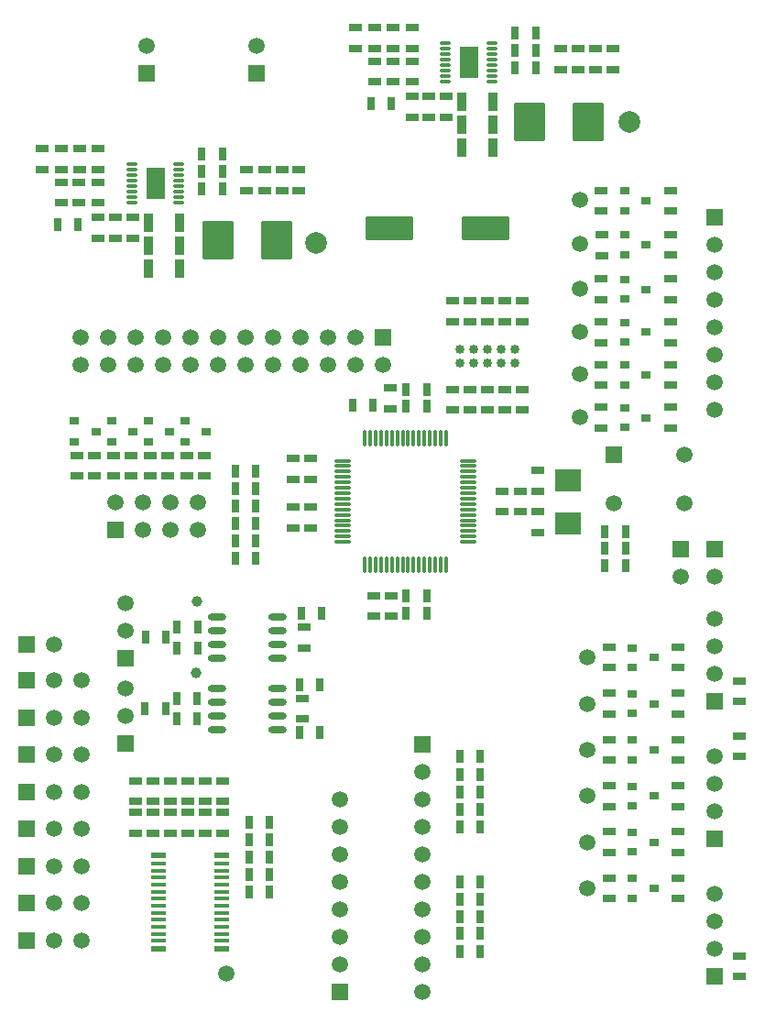
<source format=gbr>
%TF.GenerationSoftware,Altium Limited,Altium Designer,19.1.8 (144)*%
G04 Layer_Color=255*
%FSLAX45Y45*%
%MOMM*%
%TF.FileFunction,Pads,Top*%
%TF.Part,Single*%
G01*
G75*
%TA.AperFunction,SMDPad,CuDef*%
G04:AMPARAMS|DCode=10|XSize=4.4mm|YSize=2.2mm|CornerRadius=0.11mm|HoleSize=0mm|Usage=FLASHONLY|Rotation=0.000|XOffset=0mm|YOffset=0mm|HoleType=Round|Shape=RoundedRectangle|*
%AMROUNDEDRECTD10*
21,1,4.40000,1.98000,0,0,0.0*
21,1,4.18000,2.20000,0,0,0.0*
1,1,0.22000,2.09000,-0.99000*
1,1,0.22000,-2.09000,-0.99000*
1,1,0.22000,-2.09000,0.99000*
1,1,0.22000,2.09000,0.99000*
%
%ADD10ROUNDEDRECTD10*%
%ADD11R,1.30000X0.70000*%
%ADD12R,0.70000X1.30000*%
%ADD13O,1.14300X0.31750*%
G04:AMPARAMS|DCode=14|XSize=1.75mm|YSize=2.95mm|CornerRadius=0.0875mm|HoleSize=0mm|Usage=FLASHONLY|Rotation=0.000|XOffset=0mm|YOffset=0mm|HoleType=Round|Shape=RoundedRectangle|*
%AMROUNDEDRECTD14*
21,1,1.75000,2.77500,0,0,0.0*
21,1,1.57500,2.95000,0,0,0.0*
1,1,0.17500,0.78750,-1.38750*
1,1,0.17500,-0.78750,-1.38750*
1,1,0.17500,-0.78750,1.38750*
1,1,0.17500,0.78750,1.38750*
%
%ADD14ROUNDEDRECTD14*%
%ADD15R,0.90000X1.70000*%
G04:AMPARAMS|DCode=16|XSize=2.95mm|YSize=3.5mm|CornerRadius=0.1475mm|HoleSize=0mm|Usage=FLASHONLY|Rotation=180.000|XOffset=0mm|YOffset=0mm|HoleType=Round|Shape=RoundedRectangle|*
%AMROUNDEDRECTD16*
21,1,2.95000,3.20500,0,0,180.0*
21,1,2.65500,3.50000,0,0,180.0*
1,1,0.29500,-1.32750,1.60250*
1,1,0.29500,1.32750,1.60250*
1,1,0.29500,1.32750,-1.60250*
1,1,0.29500,-1.32750,-1.60250*
%
%ADD16ROUNDEDRECTD16*%
%ADD17C,1.00000*%
%ADD18R,0.90000X0.80000*%
%ADD19R,1.35000X0.60000*%
%ADD20R,1.35000X0.40000*%
%ADD21R,2.40000X2.00000*%
%ADD22O,1.65000X0.35000*%
%ADD23O,0.35000X1.65000*%
%ADD24O,1.70000X0.65000*%
%TA.AperFunction,ComponentPad*%
%ADD35C,1.50000*%
%ADD36R,1.50000X1.50000*%
%ADD37C,1.50000*%
%ADD38C,2.00000*%
%ADD39C,0.85000*%
%ADD40R,1.50000X1.50000*%
D10*
X4537500Y7870000D02*
D03*
X3647500D02*
D03*
D11*
X6240000Y7397000D02*
D03*
Y7207000D02*
D03*
X5602500Y7397000D02*
D03*
Y7207000D02*
D03*
X955314Y7967433D02*
D03*
Y7777433D02*
D03*
X1115314Y7967433D02*
D03*
Y7777433D02*
D03*
X1272814D02*
D03*
Y7967433D02*
D03*
X955314Y8409934D02*
D03*
Y8599934D02*
D03*
X780314Y8409934D02*
D03*
Y8599934D02*
D03*
X610314Y8599934D02*
D03*
Y8409934D02*
D03*
X432814Y8599934D02*
D03*
Y8409934D02*
D03*
X610314Y8292434D02*
D03*
Y8102433D02*
D03*
X777814Y8102441D02*
D03*
Y8292441D02*
D03*
X955314Y8102441D02*
D03*
Y8292441D02*
D03*
X2810314Y8214933D02*
D03*
Y8404933D02*
D03*
X2650314Y8214933D02*
D03*
Y8404933D02*
D03*
X2490314D02*
D03*
Y8214933D02*
D03*
X2327814Y8404933D02*
D03*
Y8214933D02*
D03*
X5020000Y5247500D02*
D03*
Y5057500D02*
D03*
Y5437500D02*
D03*
Y5627500D02*
D03*
X4685000Y5437500D02*
D03*
Y5247500D02*
D03*
X4855000Y5437500D02*
D03*
Y5247500D02*
D03*
X6312500Y2292000D02*
D03*
Y2102000D02*
D03*
X5675001Y2292000D02*
D03*
Y2102000D02*
D03*
X1935000Y5577500D02*
D03*
Y5767500D02*
D03*
X1775000Y5577500D02*
D03*
Y5767500D02*
D03*
X1595000Y5577500D02*
D03*
Y5767500D02*
D03*
X1435000Y5577500D02*
D03*
Y5767500D02*
D03*
X1255279Y5577216D02*
D03*
Y5767216D02*
D03*
X1095279Y5577216D02*
D03*
Y5767216D02*
D03*
X915000Y5577500D02*
D03*
Y5767500D02*
D03*
X755000Y5577500D02*
D03*
Y5767500D02*
D03*
X5707500Y9332655D02*
D03*
Y9522655D02*
D03*
X5547500Y9332655D02*
D03*
Y9522655D02*
D03*
X5387500D02*
D03*
Y9332655D02*
D03*
X5225000Y9522655D02*
D03*
Y9332655D02*
D03*
X4170000Y8895155D02*
D03*
Y9085155D02*
D03*
X4012500D02*
D03*
Y8895155D02*
D03*
X3852500Y9085155D02*
D03*
Y8895155D02*
D03*
Y9527656D02*
D03*
Y9717656D02*
D03*
X3677500Y9527656D02*
D03*
Y9717656D02*
D03*
X3507500Y9717656D02*
D03*
Y9527656D02*
D03*
X3330000Y9717656D02*
D03*
Y9527656D02*
D03*
X3852500Y9220163D02*
D03*
Y9410163D02*
D03*
X3675000Y9220163D02*
D03*
Y9410163D02*
D03*
X3507500Y9410155D02*
D03*
Y9220155D02*
D03*
X1300001Y2472501D02*
D03*
Y2282500D02*
D03*
X6240000Y7002500D02*
D03*
Y6812499D02*
D03*
X5602500Y7002501D02*
D03*
Y6812500D02*
D03*
X6240000Y6212499D02*
D03*
Y6022499D02*
D03*
X5602500Y6212500D02*
D03*
Y6022500D02*
D03*
X6240000Y6608000D02*
D03*
Y6418000D02*
D03*
X5602500Y6608000D02*
D03*
Y6418000D02*
D03*
X6240000Y7809500D02*
D03*
Y7619500D02*
D03*
X5605000Y7804500D02*
D03*
Y7614500D02*
D03*
X6239999Y8216500D02*
D03*
Y8026500D02*
D03*
X5602500Y8216500D02*
D03*
Y8026500D02*
D03*
X1300001Y2765001D02*
D03*
Y2575000D02*
D03*
X1460001Y2282500D02*
D03*
Y2472501D02*
D03*
Y2765001D02*
D03*
Y2575000D02*
D03*
X1620001Y2282500D02*
D03*
Y2472501D02*
D03*
Y2765001D02*
D03*
Y2575000D02*
D03*
X1780001Y2282500D02*
D03*
Y2472501D02*
D03*
Y2765001D02*
D03*
Y2575000D02*
D03*
X1940001Y2282500D02*
D03*
Y2472501D02*
D03*
Y2765001D02*
D03*
Y2575000D02*
D03*
X2100000Y2282501D02*
D03*
Y2472501D02*
D03*
Y2765001D02*
D03*
Y2575001D02*
D03*
X3665000Y4282500D02*
D03*
Y4472501D02*
D03*
X3502500Y4472500D02*
D03*
Y4282500D02*
D03*
X3650000Y6200000D02*
D03*
Y6390000D02*
D03*
X2757500Y5100000D02*
D03*
Y5290000D02*
D03*
X2917500Y5100000D02*
D03*
Y5290000D02*
D03*
Y5740000D02*
D03*
Y5550000D02*
D03*
X2757500Y5740000D02*
D03*
Y5550000D02*
D03*
X6312500Y1865500D02*
D03*
Y1675500D02*
D03*
X5675001Y1865500D02*
D03*
Y1675500D02*
D03*
X6312500Y3571501D02*
D03*
Y3381500D02*
D03*
X5675000Y3571501D02*
D03*
Y3381500D02*
D03*
X6312500Y3998000D02*
D03*
Y3808000D02*
D03*
X5675000Y3998000D02*
D03*
Y3808000D02*
D03*
X6312500Y2718500D02*
D03*
Y2528500D02*
D03*
X5675000Y2718500D02*
D03*
Y2528500D02*
D03*
X6312500Y3145000D02*
D03*
Y2955000D02*
D03*
X5675000Y3145000D02*
D03*
Y2955000D02*
D03*
X4872500Y6190000D02*
D03*
Y6380000D02*
D03*
X4872179Y7005015D02*
D03*
Y7195015D02*
D03*
X4712500Y6190000D02*
D03*
Y6380000D02*
D03*
X4712180Y7005015D02*
D03*
Y7195015D02*
D03*
X4552500Y6190000D02*
D03*
Y6380000D02*
D03*
X4552180Y7005015D02*
D03*
Y7195015D02*
D03*
X4392500Y6190000D02*
D03*
Y6380000D02*
D03*
X4392180Y7005015D02*
D03*
Y7195015D02*
D03*
X4232500Y6190000D02*
D03*
Y6380000D02*
D03*
X4232180Y7005015D02*
D03*
Y7195015D02*
D03*
X6880000Y955000D02*
D03*
Y1145000D02*
D03*
Y3495000D02*
D03*
Y3685000D02*
D03*
Y2987000D02*
D03*
Y3177000D02*
D03*
X2842500Y3525000D02*
D03*
Y3335000D02*
D03*
X2857500Y4182501D02*
D03*
Y3992501D02*
D03*
D12*
X4997500Y9510155D02*
D03*
X4807500D02*
D03*
X4997500Y9670155D02*
D03*
X4807500D02*
D03*
X767814Y7902433D02*
D03*
X577814D02*
D03*
X2100314Y8392433D02*
D03*
X1910314D02*
D03*
X2100314Y8552433D02*
D03*
X1910314D02*
D03*
X5827500Y5067500D02*
D03*
X5637500D02*
D03*
X5827500Y4752500D02*
D03*
X5637500D02*
D03*
X5827500Y4910000D02*
D03*
X5637500D02*
D03*
X4482500Y2990000D02*
D03*
X4292500D02*
D03*
X4482500Y2820000D02*
D03*
X4292500D02*
D03*
X4482500Y2660000D02*
D03*
X4292500D02*
D03*
X4482500Y2500000D02*
D03*
X4292500D02*
D03*
X4482500Y2340000D02*
D03*
X4292500D02*
D03*
X4482500Y1832500D02*
D03*
X4292500D02*
D03*
X4482500Y1672500D02*
D03*
X4292500D02*
D03*
X4482500Y1512500D02*
D03*
X4292500D02*
D03*
X4482500Y1352500D02*
D03*
X4292500D02*
D03*
X4482500Y1182500D02*
D03*
X4292500D02*
D03*
X2410284Y4822779D02*
D03*
X2220284D02*
D03*
X2410284Y4982779D02*
D03*
X2220284D02*
D03*
X2410284Y5142779D02*
D03*
X2220284D02*
D03*
X2410284Y5302779D02*
D03*
X2220284D02*
D03*
X2410284Y5462779D02*
D03*
X2220284D02*
D03*
X2410284Y5622779D02*
D03*
X2220284D02*
D03*
X3665000Y9020155D02*
D03*
X3475000D02*
D03*
X1910314Y8232433D02*
D03*
X2100314D02*
D03*
X4997500Y9350155D02*
D03*
X4807500D02*
D03*
X1390000Y4090000D02*
D03*
X1580000D02*
D03*
X1682500Y4185000D02*
D03*
X1872500D02*
D03*
Y3992500D02*
D03*
X1682500D02*
D03*
X1387500Y3430000D02*
D03*
X1577500D02*
D03*
X1680000Y3527000D02*
D03*
X1870000D02*
D03*
Y3335000D02*
D03*
X1680000D02*
D03*
X2347500Y1737501D02*
D03*
X2537500D02*
D03*
X2537501Y2220001D02*
D03*
X2347501D02*
D03*
Y1900001D02*
D03*
X2537501D02*
D03*
Y2060001D02*
D03*
X2347501D02*
D03*
Y2380001D02*
D03*
X2537501D02*
D03*
X3987500Y4470000D02*
D03*
X3797499D02*
D03*
X3987500Y4310000D02*
D03*
X3797499D02*
D03*
X3797500Y6380000D02*
D03*
X3987500D02*
D03*
X3797500Y6220000D02*
D03*
X3987500D02*
D03*
X3302500Y6230000D02*
D03*
X3492500D02*
D03*
X2827500Y4311000D02*
D03*
X3017500D02*
D03*
X2812500Y3207000D02*
D03*
X3002500D02*
D03*
X2812500Y3653000D02*
D03*
X3002500D02*
D03*
D13*
X1699613Y8407441D02*
D03*
Y8357441D02*
D03*
Y8457441D02*
D03*
Y8257441D02*
D03*
Y8307441D02*
D03*
Y8207441D02*
D03*
Y8107441D02*
D03*
Y8157441D02*
D03*
X1265273Y8457441D02*
D03*
Y8407441D02*
D03*
Y8357441D02*
D03*
Y8257441D02*
D03*
Y8307441D02*
D03*
Y8107441D02*
D03*
Y8157441D02*
D03*
Y8207441D02*
D03*
X4596799Y9225163D02*
D03*
Y9275163D02*
D03*
Y9325163D02*
D03*
Y9375163D02*
D03*
Y9425163D02*
D03*
Y9475163D02*
D03*
Y9525163D02*
D03*
Y9575163D02*
D03*
X4162459Y9225163D02*
D03*
Y9275163D02*
D03*
Y9325163D02*
D03*
Y9375163D02*
D03*
Y9425163D02*
D03*
Y9475163D02*
D03*
Y9525163D02*
D03*
Y9575163D02*
D03*
D14*
X1482443Y8282441D02*
D03*
X4379629Y9400163D02*
D03*
D15*
X1707814Y7494933D02*
D03*
X1417814D02*
D03*
X1707814Y7917433D02*
D03*
X1417814D02*
D03*
X1707814Y7704933D02*
D03*
X1417814D02*
D03*
X4605000Y9035155D02*
D03*
X4315000D02*
D03*
X4605000Y8612655D02*
D03*
X4315000D02*
D03*
X4605000Y8822655D02*
D03*
X4315000D02*
D03*
D16*
X2602500Y7760000D02*
D03*
X2057500D02*
D03*
X5482500Y8847500D02*
D03*
X4937500D02*
D03*
D17*
X1860000Y3760000D02*
D03*
X1867500Y4425000D02*
D03*
D18*
X735000Y6084993D02*
D03*
Y5894994D02*
D03*
X935000Y5989993D02*
D03*
X1075280Y6084709D02*
D03*
Y5894709D02*
D03*
X1275280Y5989709D02*
D03*
X1415000Y6084993D02*
D03*
Y5894994D02*
D03*
X1615001Y5989993D02*
D03*
X1755000Y6084993D02*
D03*
Y5894994D02*
D03*
X1955000Y5989993D02*
D03*
X5817500Y6997500D02*
D03*
Y6817500D02*
D03*
X6017500Y6907500D02*
D03*
X5817500Y7391999D02*
D03*
Y7212000D02*
D03*
X6017501Y7301999D02*
D03*
X5817500Y6207500D02*
D03*
Y6027500D02*
D03*
X6017501Y6117500D02*
D03*
X5817500Y6603000D02*
D03*
Y6423000D02*
D03*
X6017501Y6513000D02*
D03*
X5817500Y7804500D02*
D03*
Y7624500D02*
D03*
X6017501Y7714500D02*
D03*
X5817500Y8211500D02*
D03*
Y8031500D02*
D03*
X6017500Y8121500D02*
D03*
X5890001Y1860500D02*
D03*
Y1680500D02*
D03*
X6090001Y1770500D02*
D03*
X5890001Y2287000D02*
D03*
Y2107000D02*
D03*
X6090001Y2197000D02*
D03*
X5890000Y3566501D02*
D03*
Y3386501D02*
D03*
X6090001Y3476501D02*
D03*
X5890000Y3993000D02*
D03*
Y3813000D02*
D03*
X6090001Y3903000D02*
D03*
X5890000Y2713500D02*
D03*
Y2533500D02*
D03*
X6090001Y2623500D02*
D03*
X5890000Y3140000D02*
D03*
Y2960000D02*
D03*
X6090001Y3050000D02*
D03*
D19*
X2097501Y2075001D02*
D03*
Y1210000D02*
D03*
X1512500D02*
D03*
Y2075001D02*
D03*
D20*
X2097501Y1675000D02*
D03*
Y1610000D02*
D03*
Y1545000D02*
D03*
Y1480000D02*
D03*
Y1284999D02*
D03*
Y1350000D02*
D03*
Y1415000D02*
D03*
X1512500D02*
D03*
Y1350000D02*
D03*
Y1284999D02*
D03*
Y1480000D02*
D03*
Y1545000D02*
D03*
Y1610000D02*
D03*
Y1675000D02*
D03*
Y1870001D02*
D03*
Y1935001D02*
D03*
Y2000001D02*
D03*
Y1805000D02*
D03*
Y1740000D02*
D03*
X2097501D02*
D03*
Y1805000D02*
D03*
Y2000001D02*
D03*
Y1935001D02*
D03*
Y1870001D02*
D03*
D21*
X5292500Y5542500D02*
D03*
Y5142500D02*
D03*
D22*
X3210000Y5720000D02*
D03*
Y5670000D02*
D03*
Y5620000D02*
D03*
Y5570000D02*
D03*
Y5520000D02*
D03*
Y5470000D02*
D03*
Y5420000D02*
D03*
Y5370000D02*
D03*
Y5320000D02*
D03*
Y5270000D02*
D03*
Y5220000D02*
D03*
Y5170000D02*
D03*
Y5120000D02*
D03*
Y5070000D02*
D03*
Y5020000D02*
D03*
Y4970000D02*
D03*
X4375000D02*
D03*
Y5020000D02*
D03*
Y5070000D02*
D03*
Y5120000D02*
D03*
Y5170000D02*
D03*
Y5220000D02*
D03*
Y5270000D02*
D03*
Y5320000D02*
D03*
Y5370000D02*
D03*
Y5420000D02*
D03*
Y5470000D02*
D03*
Y5520000D02*
D03*
Y5570000D02*
D03*
Y5620000D02*
D03*
Y5670000D02*
D03*
Y5720000D02*
D03*
D23*
X3417500Y4762500D02*
D03*
X3467500D02*
D03*
X3517500D02*
D03*
X3567500D02*
D03*
X3617500D02*
D03*
X3667500D02*
D03*
X3717500D02*
D03*
X3767500D02*
D03*
X3817500D02*
D03*
X3867500D02*
D03*
X3917500D02*
D03*
X3967500D02*
D03*
X4017500D02*
D03*
X4067500D02*
D03*
X4117500D02*
D03*
X4167500D02*
D03*
Y5927500D02*
D03*
X4117500D02*
D03*
X4067500D02*
D03*
X4017500D02*
D03*
X3967500D02*
D03*
X3917500D02*
D03*
X3867500D02*
D03*
X3817500D02*
D03*
X3767500D02*
D03*
X3717500D02*
D03*
X3667500D02*
D03*
X3617500D02*
D03*
X3567500D02*
D03*
X3517500D02*
D03*
X3467500D02*
D03*
X3417500D02*
D03*
D24*
X2612500Y3897500D02*
D03*
Y4024500D02*
D03*
Y4151500D02*
D03*
Y4278500D02*
D03*
X2052500Y3897500D02*
D03*
Y4024500D02*
D03*
Y4151500D02*
D03*
Y4278500D02*
D03*
X2610000Y3239500D02*
D03*
Y3366500D02*
D03*
Y3493500D02*
D03*
Y3620500D02*
D03*
X2050000Y3239500D02*
D03*
Y3366500D02*
D03*
Y3493500D02*
D03*
Y3620500D02*
D03*
D35*
X6652500Y3749000D02*
D03*
Y4257000D02*
D03*
Y4003000D02*
D03*
Y1209000D02*
D03*
Y1717000D02*
D03*
Y1463000D02*
D03*
Y2479000D02*
D03*
Y2987000D02*
D03*
Y2733000D02*
D03*
X1207500Y4151500D02*
D03*
Y4405500D02*
D03*
Y3366500D02*
D03*
Y3620500D02*
D03*
X1876500Y5331500D02*
D03*
Y5077500D02*
D03*
X1622500Y5331500D02*
D03*
Y5077500D02*
D03*
X1368500Y5331500D02*
D03*
Y5077500D02*
D03*
X1114500Y5331500D02*
D03*
X5717500Y5327500D02*
D03*
X6367500D02*
D03*
Y5777500D02*
D03*
X2416000Y9554000D02*
D03*
X1400000D02*
D03*
X6652500Y7711500D02*
D03*
Y7457500D02*
D03*
Y7203500D02*
D03*
Y6949500D02*
D03*
Y6695500D02*
D03*
Y6441500D02*
D03*
Y6187500D02*
D03*
Y4651000D02*
D03*
X549000Y4022500D02*
D03*
X6337500Y4648500D02*
D03*
X543500Y3690714D02*
D03*
X797500D02*
D03*
X543500Y3347857D02*
D03*
X797500D02*
D03*
X3948000Y2596000D02*
D03*
Y818000D02*
D03*
Y1072000D02*
D03*
Y1326000D02*
D03*
Y1580000D02*
D03*
Y1834000D02*
D03*
Y2088000D02*
D03*
Y2342000D02*
D03*
Y2850000D02*
D03*
X543500Y3005000D02*
D03*
X797500D02*
D03*
X543500Y2662143D02*
D03*
X797500D02*
D03*
X543500Y2319286D02*
D03*
X797500D02*
D03*
X543500Y1976429D02*
D03*
X797500D02*
D03*
X3582000Y6606000D02*
D03*
X3328000Y6860000D02*
D03*
Y6606000D02*
D03*
X3074000Y6860000D02*
D03*
Y6606000D02*
D03*
X2820000Y6860000D02*
D03*
Y6606000D02*
D03*
X2566000Y6860000D02*
D03*
Y6606000D02*
D03*
X2312000Y6860000D02*
D03*
Y6606000D02*
D03*
X2058000Y6860000D02*
D03*
Y6606000D02*
D03*
X1804000Y6860000D02*
D03*
Y6606000D02*
D03*
X1550000Y6860000D02*
D03*
Y6606000D02*
D03*
X1296000Y6860000D02*
D03*
Y6606000D02*
D03*
X1042000Y6860000D02*
D03*
Y6606000D02*
D03*
X788000Y6860000D02*
D03*
Y6606000D02*
D03*
X543500Y1633572D02*
D03*
X797500D02*
D03*
X543500Y1290714D02*
D03*
X797500D02*
D03*
X3186000Y1072000D02*
D03*
Y1326000D02*
D03*
Y1580000D02*
D03*
Y1834000D02*
D03*
Y2088000D02*
D03*
Y2342000D02*
D03*
Y2596000D02*
D03*
D36*
X6652500Y3495000D02*
D03*
Y955000D02*
D03*
Y2225000D02*
D03*
X1207500Y3897500D02*
D03*
Y3112500D02*
D03*
X2416000Y9300000D02*
D03*
X1400000D02*
D03*
X6652500Y7965500D02*
D03*
Y4905000D02*
D03*
X6337500Y4902500D02*
D03*
X3948000Y3104000D02*
D03*
X3186000Y818000D02*
D03*
D37*
X5475000Y3050000D02*
D03*
Y2623500D02*
D03*
X5475000Y1770500D02*
D03*
X5475000Y3476501D02*
D03*
X2140000Y987500D02*
D03*
X5475000Y3903000D02*
D03*
X5475000Y2197000D02*
D03*
X5402500Y7719500D02*
D03*
X5402500Y8126500D02*
D03*
X5402500Y6122500D02*
D03*
Y6518000D02*
D03*
X5402500Y6912501D02*
D03*
X5402500Y7307000D02*
D03*
D38*
X5865000Y8847500D02*
D03*
X2967814Y7729778D02*
D03*
D39*
X4298500Y6619000D02*
D03*
Y6746000D02*
D03*
X4425500Y6619000D02*
D03*
Y6746000D02*
D03*
X4552500Y6619000D02*
D03*
Y6746000D02*
D03*
X4679500Y6619000D02*
D03*
Y6746000D02*
D03*
X4806500Y6619000D02*
D03*
Y6746000D02*
D03*
D40*
X1114500Y5077500D02*
D03*
X5717500Y5777500D02*
D03*
X295000Y4022500D02*
D03*
X289500Y3690714D02*
D03*
Y3347857D02*
D03*
Y3005000D02*
D03*
Y2662143D02*
D03*
Y2319286D02*
D03*
Y1976429D02*
D03*
X3582000Y6860000D02*
D03*
X289500Y1633572D02*
D03*
Y1290714D02*
D03*
%TF.MD5,ddadb0de8df3c63a6f9454dcb762db7e*%
M02*

</source>
